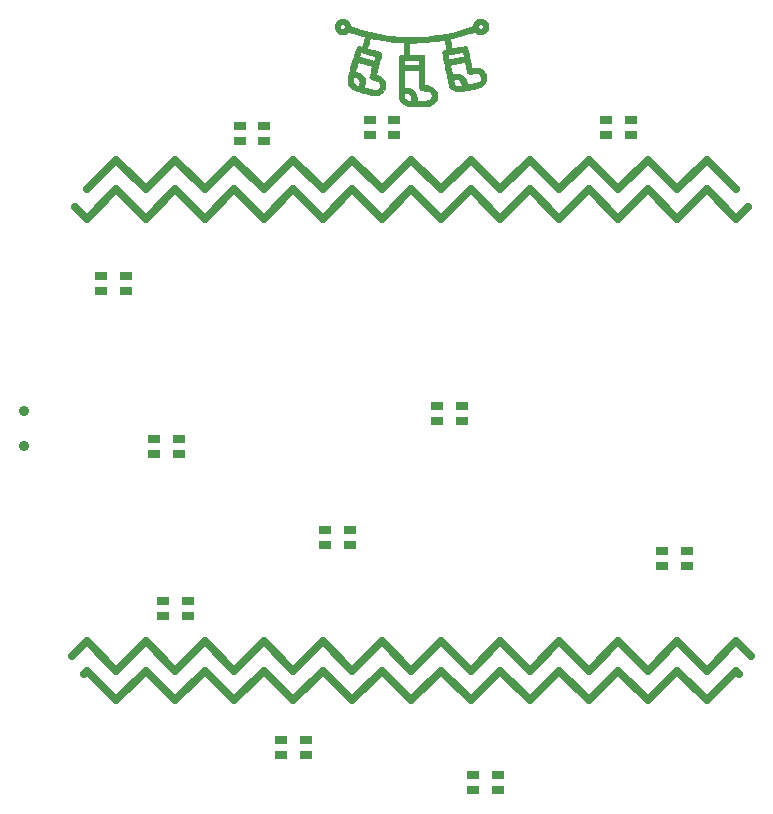
<source format=gbr>
%TF.GenerationSoftware,KiCad,Pcbnew,(5.1.10)-1*%
%TF.CreationDate,2021-10-20T07:52:06+02:00*%
%TF.ProjectId,TVZ_kuglica,54565a5f-6b75-4676-9c69-63612e6b6963,rev?*%
%TF.SameCoordinates,Original*%
%TF.FileFunction,Soldermask,Top*%
%TF.FilePolarity,Negative*%
%FSLAX46Y46*%
G04 Gerber Fmt 4.6, Leading zero omitted, Abs format (unit mm)*
G04 Created by KiCad (PCBNEW (5.1.10)-1) date 2021-10-20 07:52:06*
%MOMM*%
%LPD*%
G01*
G04 APERTURE LIST*
%ADD10C,0.700000*%
%ADD11C,0.010000*%
%ADD12C,0.900000*%
%ADD13R,1.100000X0.750000*%
G04 APERTURE END LIST*
D10*
X109500000Y-120250000D02*
X112000000Y-122750000D01*
X109250000Y-120500000D02*
X109500000Y-120250000D01*
X109500000Y-117750000D02*
X108250000Y-119000000D01*
X162000000Y-122750000D02*
X164500000Y-120250000D01*
X152000000Y-120250000D02*
X149500000Y-117750000D01*
X157000000Y-120250000D02*
X154500000Y-117750000D01*
X165750000Y-119000000D02*
X164500000Y-117750000D01*
X164500000Y-117750000D02*
X162000000Y-120250000D01*
X112000000Y-122750000D02*
X114500000Y-120250000D01*
X144500000Y-120250000D02*
X147000000Y-122750000D01*
X159500000Y-120250000D02*
X162000000Y-122750000D01*
X142000000Y-120250000D02*
X139500000Y-117750000D01*
X142000000Y-122750000D02*
X144500000Y-120250000D01*
X137000000Y-122750000D02*
X139500000Y-120250000D01*
X119500000Y-117750000D02*
X117000000Y-120250000D01*
X134500000Y-117750000D02*
X132000000Y-120250000D01*
X162000000Y-120250000D02*
X159500000Y-117750000D01*
X159500000Y-117750000D02*
X157000000Y-120250000D01*
X117000000Y-122750000D02*
X119500000Y-120250000D01*
X157000000Y-122750000D02*
X159500000Y-120250000D01*
X129500000Y-120250000D02*
X132000000Y-122750000D01*
X154500000Y-120250000D02*
X157000000Y-122750000D01*
X134500000Y-120250000D02*
X137000000Y-122750000D01*
X124500000Y-120250000D02*
X127000000Y-122750000D01*
X132000000Y-122750000D02*
X134500000Y-120250000D01*
X119500000Y-120250000D02*
X122000000Y-122750000D01*
X147000000Y-120250000D02*
X144500000Y-117750000D01*
X154500000Y-117750000D02*
X152000000Y-120250000D01*
X139500000Y-117750000D02*
X137000000Y-120250000D01*
X129500000Y-117750000D02*
X127000000Y-120250000D01*
X152000000Y-122750000D02*
X154500000Y-120250000D01*
X149500000Y-120250000D02*
X152000000Y-122750000D01*
X117000000Y-120250000D02*
X114500000Y-117750000D01*
X114500000Y-117750000D02*
X112000000Y-120250000D01*
X147000000Y-122750000D02*
X149500000Y-120250000D01*
X114500000Y-120250000D02*
X117000000Y-122750000D01*
X127000000Y-120250000D02*
X124500000Y-117750000D01*
X112000000Y-120250000D02*
X109500000Y-117750000D01*
X122000000Y-120250000D02*
X119500000Y-117750000D01*
X137000000Y-120250000D02*
X134500000Y-117750000D01*
X149500000Y-117750000D02*
X147000000Y-120250000D01*
X124500000Y-117750000D02*
X122000000Y-120250000D01*
X144500000Y-117750000D02*
X142000000Y-120250000D01*
X122000000Y-122750000D02*
X124500000Y-120250000D01*
X132000000Y-120250000D02*
X129500000Y-117750000D01*
X139500000Y-120250000D02*
X142000000Y-122750000D01*
X164500000Y-120250000D02*
X164750000Y-120500000D01*
X127000000Y-122750000D02*
X129500000Y-120250000D01*
X164500000Y-82000000D02*
X165500000Y-81000000D01*
X162000000Y-79500000D02*
X164500000Y-82000000D01*
X159500000Y-82000000D02*
X162000000Y-79500000D01*
X157000000Y-79500000D02*
X159500000Y-82000000D01*
X154500000Y-82000000D02*
X157000000Y-79500000D01*
X152000000Y-79500000D02*
X154500000Y-82000000D01*
X149500000Y-82000000D02*
X152000000Y-79500000D01*
X147000000Y-79500000D02*
X149500000Y-82000000D01*
X144500000Y-82000000D02*
X147000000Y-79500000D01*
X142000000Y-79500000D02*
X144500000Y-82000000D01*
X139500000Y-82000000D02*
X142000000Y-79500000D01*
X137000000Y-79500000D02*
X139500000Y-82000000D01*
X134500000Y-82000000D02*
X137000000Y-79500000D01*
X132000000Y-79500000D02*
X134500000Y-82000000D01*
X129500000Y-82000000D02*
X132000000Y-79500000D01*
X127000000Y-79500000D02*
X129500000Y-82000000D01*
X124500000Y-82000000D02*
X127000000Y-79500000D01*
X122000000Y-79500000D02*
X124500000Y-82000000D01*
X119500000Y-82000000D02*
X122000000Y-79500000D01*
X117000000Y-79500000D02*
X119500000Y-82000000D01*
X114500000Y-82000000D02*
X117000000Y-79500000D01*
X112000000Y-79500000D02*
X114500000Y-82000000D01*
X109500000Y-82000000D02*
X112000000Y-79500000D01*
X108500000Y-81000000D02*
X109500000Y-82000000D01*
X112000000Y-77000000D02*
X109500000Y-79500000D01*
X114500000Y-79500000D02*
X112000000Y-77000000D01*
X117000000Y-77000000D02*
X114500000Y-79500000D01*
X119500000Y-79500000D02*
X117000000Y-77000000D01*
X122000000Y-77000000D02*
X119500000Y-79500000D01*
X124500000Y-79500000D02*
X122000000Y-77000000D01*
X127000000Y-77000000D02*
X124500000Y-79500000D01*
X129500000Y-79500000D02*
X127000000Y-77000000D01*
X132000000Y-77000000D02*
X129500000Y-79500000D01*
X134500000Y-79500000D02*
X132000000Y-77000000D01*
X137000000Y-77000000D02*
X134500000Y-79500000D01*
X139500000Y-79500000D02*
X137000000Y-77000000D01*
X142000000Y-77000000D02*
X139500000Y-79500000D01*
X144500000Y-79500000D02*
X142000000Y-77000000D01*
X147000000Y-77000000D02*
X144500000Y-79500000D01*
X149500000Y-79500000D02*
X147000000Y-77000000D01*
X152000000Y-77000000D02*
X149500000Y-79500000D01*
X154500000Y-79500000D02*
X152000000Y-77000000D01*
X157000000Y-77000000D02*
X154500000Y-79500000D01*
X159500000Y-79500000D02*
X157000000Y-77000000D01*
X162000000Y-77000000D02*
X159500000Y-79500000D01*
X164500000Y-79500000D02*
X162000000Y-77000000D01*
D11*
%TO.C,G\u002A\u002A\u002A*%
G36*
X143027877Y-65089141D02*
G01*
X143177224Y-65150535D01*
X143301325Y-65244717D01*
X143397404Y-65364669D01*
X143462680Y-65503370D01*
X143494375Y-65653801D01*
X143489712Y-65808940D01*
X143445912Y-65961768D01*
X143360196Y-66105265D01*
X143295075Y-66176812D01*
X143149915Y-66283282D01*
X142989107Y-66344768D01*
X142820816Y-66360786D01*
X142653209Y-66330852D01*
X142494450Y-66254480D01*
X142455291Y-66226699D01*
X142346700Y-66143832D01*
X141902200Y-66288887D01*
X141632701Y-66373920D01*
X141347940Y-66458575D01*
X141062652Y-66538741D01*
X140791572Y-66610310D01*
X140549432Y-66669173D01*
X140492500Y-66682008D01*
X140395750Y-66704830D01*
X140318505Y-66725729D01*
X140274002Y-66741038D01*
X140269168Y-66743859D01*
X140268777Y-66771429D01*
X140276804Y-66838578D01*
X140291404Y-66935136D01*
X140310734Y-67050929D01*
X140332950Y-67175785D01*
X140356208Y-67299532D01*
X140378664Y-67411997D01*
X140398475Y-67503007D01*
X140413796Y-67562390D01*
X140420614Y-67579397D01*
X140446772Y-67577639D01*
X140515376Y-67566839D01*
X140619142Y-67548318D01*
X140750783Y-67523394D01*
X140903015Y-67493389D01*
X140969397Y-67479983D01*
X141167205Y-67440629D01*
X141321789Y-67412560D01*
X141439425Y-67395658D01*
X141526393Y-67389798D01*
X141588968Y-67394860D01*
X141633430Y-67410723D01*
X141666055Y-67437263D01*
X141687820Y-67466055D01*
X141702423Y-67505068D01*
X141725388Y-67587600D01*
X141755227Y-67707333D01*
X141790448Y-67857950D01*
X141829564Y-68033135D01*
X141871083Y-68226569D01*
X141900490Y-68368034D01*
X141941790Y-68567764D01*
X141980395Y-68751384D01*
X142015022Y-68913023D01*
X142044388Y-69046810D01*
X142067208Y-69146877D01*
X142082199Y-69207352D01*
X142087490Y-69223156D01*
X142117973Y-69226449D01*
X142184382Y-69221345D01*
X142272740Y-69208954D01*
X142278691Y-69207960D01*
X142493389Y-69194988D01*
X142695605Y-69228034D01*
X142879650Y-69304205D01*
X143039833Y-69420604D01*
X143170465Y-69574338D01*
X143238360Y-69696214D01*
X143278435Y-69793013D01*
X143300850Y-69879545D01*
X143310277Y-69978911D01*
X143311650Y-70058634D01*
X143309053Y-70171833D01*
X143297581Y-70256926D01*
X143272206Y-70336463D01*
X143228416Y-70431947D01*
X143118164Y-70605765D01*
X142978138Y-70744275D01*
X142814535Y-70841605D01*
X142782236Y-70854608D01*
X142707797Y-70877710D01*
X142592792Y-70907436D01*
X142445236Y-70942186D01*
X142273143Y-70980362D01*
X142084527Y-71020366D01*
X141887403Y-71060598D01*
X141689785Y-71099460D01*
X141499687Y-71135354D01*
X141325125Y-71166680D01*
X141174112Y-71191839D01*
X141054663Y-71209234D01*
X140974792Y-71217265D01*
X140962400Y-71217622D01*
X140772053Y-71195143D01*
X140591780Y-71130552D01*
X140429813Y-71029868D01*
X140294380Y-70899115D01*
X140193711Y-70744311D01*
X140147379Y-70621352D01*
X140137142Y-70577443D01*
X140117844Y-70488857D01*
X140090552Y-70360695D01*
X140067600Y-70251606D01*
X140516787Y-70251606D01*
X140517691Y-70297040D01*
X140536053Y-70374266D01*
X140557493Y-70454834D01*
X140617262Y-70587032D01*
X140717301Y-70697041D01*
X140769647Y-70733969D01*
X140860321Y-70766744D01*
X140981695Y-70779146D01*
X141117507Y-70770178D01*
X141178300Y-70759060D01*
X141229590Y-70741738D01*
X141248460Y-70709209D01*
X141248125Y-70654115D01*
X141215894Y-70486727D01*
X141147805Y-70354426D01*
X141046751Y-70259447D01*
X140915620Y-70204023D01*
X140757305Y-70190390D01*
X140662090Y-70201093D01*
X140584659Y-70214130D01*
X140537667Y-70227469D01*
X140516787Y-70251606D01*
X140067600Y-70251606D01*
X140056333Y-70198057D01*
X140016256Y-70006047D01*
X139971387Y-69789766D01*
X139922794Y-69554315D01*
X139871544Y-69304797D01*
X139854893Y-69223478D01*
X139802003Y-68964227D01*
X140259470Y-68964227D01*
X140262219Y-68988496D01*
X140274048Y-69052273D01*
X140292793Y-69145526D01*
X140316292Y-69258222D01*
X140342382Y-69380328D01*
X140368901Y-69501813D01*
X140393685Y-69612644D01*
X140414572Y-69702789D01*
X140429399Y-69762214D01*
X140435548Y-69781015D01*
X140464637Y-69782462D01*
X140527377Y-69774052D01*
X140582351Y-69763423D01*
X140797513Y-69741029D01*
X141001139Y-69765649D01*
X141188208Y-69833914D01*
X141353699Y-69942456D01*
X141492592Y-70087907D01*
X141599866Y-70266900D01*
X141670500Y-70476068D01*
X141674887Y-70496250D01*
X141699556Y-70583013D01*
X141727479Y-70625863D01*
X141738622Y-70629600D01*
X141774517Y-70624593D01*
X141851056Y-70610734D01*
X141959202Y-70589763D01*
X142089914Y-70563423D01*
X142194687Y-70541742D01*
X142339705Y-70509847D01*
X142471838Y-70477887D01*
X142581033Y-70448516D01*
X142657241Y-70424384D01*
X142685077Y-70412331D01*
X142787112Y-70324560D01*
X142853775Y-70209429D01*
X142881674Y-70079048D01*
X142867413Y-69945527D01*
X142837283Y-69869086D01*
X142764154Y-69761285D01*
X142672425Y-69688972D01*
X142556433Y-69650427D01*
X142410512Y-69643930D01*
X142228998Y-69667759D01*
X142196117Y-69674304D01*
X142052366Y-69702350D01*
X141940172Y-69716514D01*
X141854054Y-69711936D01*
X141788529Y-69683760D01*
X141738115Y-69627127D01*
X141697329Y-69537180D01*
X141660688Y-69409063D01*
X141622711Y-69237916D01*
X141604686Y-69150281D01*
X141514306Y-68707124D01*
X140889103Y-68834642D01*
X140718296Y-68869525D01*
X140564928Y-68900931D01*
X140435710Y-68927479D01*
X140337352Y-68947789D01*
X140276567Y-68960478D01*
X140259470Y-68964227D01*
X139802003Y-68964227D01*
X139795371Y-68931719D01*
X139745618Y-68685579D01*
X139704932Y-68480965D01*
X139672613Y-68313785D01*
X139647959Y-68179948D01*
X139641937Y-68144347D01*
X140089517Y-68144347D01*
X140095955Y-68208828D01*
X140110621Y-68291817D01*
X140130328Y-68378898D01*
X140151891Y-68455656D01*
X140172126Y-68507674D01*
X140184859Y-68521801D01*
X140216841Y-68517051D01*
X140291262Y-68503503D01*
X140400797Y-68482570D01*
X140538121Y-68455665D01*
X140695910Y-68424200D01*
X140797300Y-68403730D01*
X140963507Y-68369415D01*
X141113182Y-68337351D01*
X141239088Y-68309184D01*
X141333986Y-68286559D01*
X141390639Y-68271122D01*
X141403277Y-68265981D01*
X141409650Y-68233126D01*
X141405986Y-68166643D01*
X141394879Y-68082113D01*
X141378923Y-67995111D01*
X141360714Y-67921216D01*
X141342848Y-67876006D01*
X141337301Y-67869930D01*
X141307701Y-67871135D01*
X141236770Y-67881259D01*
X141132872Y-67898669D01*
X141004368Y-67921731D01*
X140859620Y-67948810D01*
X140706990Y-67978272D01*
X140554840Y-68008484D01*
X140411531Y-68037812D01*
X140285426Y-68064621D01*
X140184886Y-68087278D01*
X140118274Y-68104148D01*
X140094489Y-68112790D01*
X140089517Y-68144347D01*
X139641937Y-68144347D01*
X139630268Y-68075363D01*
X139618841Y-67995937D01*
X139612974Y-67937579D01*
X139611968Y-67896198D01*
X139615121Y-67867702D01*
X139619863Y-67852154D01*
X139669646Y-67787701D01*
X139750111Y-67736211D01*
X139841154Y-67709586D01*
X139863034Y-67708211D01*
X139907044Y-67705260D01*
X139936862Y-67692735D01*
X139953023Y-67663807D01*
X139956065Y-67611647D01*
X139946526Y-67529423D01*
X139924941Y-67410306D01*
X139897218Y-67273463D01*
X139869015Y-67137728D01*
X139843936Y-67018855D01*
X139823957Y-66926076D01*
X139811056Y-66868619D01*
X139807643Y-66855261D01*
X139783686Y-66845000D01*
X139719765Y-66846005D01*
X139612377Y-66858498D01*
X139510548Y-66874022D01*
X139142514Y-66928062D01*
X138752591Y-66975341D01*
X138354618Y-67014661D01*
X137962439Y-67044826D01*
X137589894Y-67064638D01*
X137250825Y-67072900D01*
X137209550Y-67073064D01*
X136796800Y-67073600D01*
X136796800Y-68089600D01*
X137326409Y-68089599D01*
X137518232Y-68091027D01*
X137681856Y-68095123D01*
X137811242Y-68101609D01*
X137900354Y-68110207D01*
X137936781Y-68117753D01*
X137971167Y-68130314D01*
X138000065Y-68144817D01*
X138023954Y-68165491D01*
X138043309Y-68196564D01*
X138058608Y-68242263D01*
X138070328Y-68306818D01*
X138078945Y-68394455D01*
X138084937Y-68509404D01*
X138088780Y-68655893D01*
X138090952Y-68838149D01*
X138091930Y-69060401D01*
X138092190Y-69326877D01*
X138092200Y-69495511D01*
X138092200Y-70700745D01*
X138314450Y-70709622D01*
X138521754Y-70735850D01*
X138698669Y-70798934D01*
X138853189Y-70902458D01*
X138944267Y-70991863D01*
X139057734Y-71147337D01*
X139126926Y-71315796D01*
X139154890Y-71506166D01*
X139154584Y-71607500D01*
X139123595Y-71818762D01*
X139050212Y-72002057D01*
X138934544Y-72157214D01*
X138776699Y-72284066D01*
X138682284Y-72336683D01*
X138512500Y-72420300D01*
X137572100Y-72425401D01*
X137308681Y-72426383D01*
X137091585Y-72426121D01*
X136916347Y-72424495D01*
X136778504Y-72421383D01*
X136673590Y-72416662D01*
X136597142Y-72410212D01*
X136544695Y-72401910D01*
X136525634Y-72396887D01*
X136340823Y-72312271D01*
X136180786Y-72185342D01*
X136050403Y-72020526D01*
X135991677Y-71912300D01*
X135920500Y-71759900D01*
X135919180Y-71450272D01*
X136340562Y-71450272D01*
X136348284Y-71557947D01*
X136351459Y-71584169D01*
X136392573Y-71736619D01*
X136471920Y-71856998D01*
X136586331Y-71942669D01*
X136732637Y-71990998D01*
X136852981Y-72001200D01*
X137000000Y-72001200D01*
X137000000Y-71854181D01*
X136979523Y-71687334D01*
X136919851Y-71550151D01*
X136823617Y-71445802D01*
X136693458Y-71377457D01*
X136582969Y-71352659D01*
X136466538Y-71341934D01*
X136392271Y-71349682D01*
X136352751Y-71383322D01*
X136340562Y-71450272D01*
X135919180Y-71450272D01*
X135913138Y-70034052D01*
X135911822Y-69672428D01*
X135911301Y-69410400D01*
X136365000Y-69410400D01*
X136365000Y-70901839D01*
X136578500Y-70915159D01*
X136784116Y-70944176D01*
X136957543Y-71005893D01*
X137108580Y-71104421D01*
X137175404Y-71165395D01*
X137292961Y-71307210D01*
X137371463Y-71462802D01*
X137415405Y-71643143D01*
X137427665Y-71781247D01*
X137437025Y-72005794D01*
X137923362Y-71996731D01*
X138100824Y-71992702D01*
X138235081Y-71987656D01*
X138333729Y-71980883D01*
X138404363Y-71971672D01*
X138454578Y-71959314D01*
X138490936Y-71943660D01*
X138596336Y-71861798D01*
X138672249Y-71752948D01*
X138714399Y-71629282D01*
X138718511Y-71502971D01*
X138684243Y-71393406D01*
X138634784Y-71322665D01*
X138566082Y-71250090D01*
X138541369Y-71228854D01*
X138500290Y-71197520D01*
X138462146Y-71175614D01*
X138416558Y-71160982D01*
X138353149Y-71151474D01*
X138261541Y-71144939D01*
X138131355Y-71139223D01*
X138103842Y-71138148D01*
X137984191Y-71134589D01*
X137887437Y-71130888D01*
X137811120Y-71122116D01*
X137752778Y-71103341D01*
X137709949Y-71069633D01*
X137680171Y-71016063D01*
X137660983Y-70937700D01*
X137649922Y-70829614D01*
X137644528Y-70686874D01*
X137642338Y-70504551D01*
X137640891Y-70277714D01*
X137640324Y-70209827D01*
X137632948Y-69410400D01*
X136365000Y-69410400D01*
X135911301Y-69410400D01*
X135911198Y-69358769D01*
X135911302Y-69090247D01*
X135912171Y-68864031D01*
X135912576Y-68818735D01*
X136342773Y-68818735D01*
X136344585Y-68897507D01*
X136349790Y-68942832D01*
X136350477Y-68944910D01*
X136363098Y-68955759D01*
X136395106Y-68963923D01*
X136451836Y-68969629D01*
X136538625Y-68973103D01*
X136660811Y-68974571D01*
X136823729Y-68974260D01*
X137005720Y-68972687D01*
X137647700Y-68965900D01*
X137647700Y-68534100D01*
X136352300Y-68534100D01*
X136344757Y-68722222D01*
X136342773Y-68818735D01*
X135912576Y-68818735D01*
X135913842Y-68677292D01*
X135916352Y-68527200D01*
X135919737Y-68410925D01*
X135924034Y-68325638D01*
X135929281Y-68268508D01*
X135935513Y-68236707D01*
X135936563Y-68233878D01*
X135992680Y-68161679D01*
X136086670Y-68112296D01*
X136208997Y-68090308D01*
X136237184Y-68089600D01*
X136339600Y-68089600D01*
X136339600Y-67075901D01*
X136257050Y-67063133D01*
X136196759Y-67056267D01*
X136100997Y-67048078D01*
X135985028Y-67039792D01*
X135907800Y-67035038D01*
X135485077Y-67002009D01*
X135028907Y-66950256D01*
X134552330Y-66881531D01*
X134068388Y-66797586D01*
X133905275Y-66766045D01*
X133771150Y-66740367D01*
X133655270Y-66719988D01*
X133566427Y-66706313D01*
X133513415Y-66700744D01*
X133502543Y-66701789D01*
X133492124Y-66728424D01*
X133470987Y-66793729D01*
X133441903Y-66888218D01*
X133407642Y-67002406D01*
X133370973Y-67126808D01*
X133334665Y-67251938D01*
X133301489Y-67368311D01*
X133274214Y-67466442D01*
X133255609Y-67536844D01*
X133248445Y-67570032D01*
X133248632Y-67571371D01*
X133273337Y-67579206D01*
X133339776Y-67599049D01*
X133440875Y-67628821D01*
X133569560Y-67666442D01*
X133718759Y-67709835D01*
X133786900Y-67729588D01*
X133970434Y-67783530D01*
X134111098Y-67826986D01*
X134215172Y-67862301D01*
X134288937Y-67891822D01*
X134338676Y-67917894D01*
X134370668Y-67942864D01*
X134377450Y-67950148D01*
X134416989Y-68009727D01*
X134434547Y-68063594D01*
X134434600Y-68065788D01*
X134427686Y-68101290D01*
X134408052Y-68179466D01*
X134377360Y-68294269D01*
X134337272Y-68439651D01*
X134289450Y-68609565D01*
X134235556Y-68797965D01*
X134193300Y-68943811D01*
X134136239Y-69140222D01*
X134083991Y-69321030D01*
X134038198Y-69480477D01*
X134000503Y-69612806D01*
X133972547Y-69712258D01*
X133955973Y-69773074D01*
X133952000Y-69789900D01*
X133974191Y-69806157D01*
X134031852Y-69830598D01*
X134098050Y-69853250D01*
X134230174Y-69898896D01*
X134331194Y-69946531D01*
X134420053Y-70006850D01*
X134511503Y-70086615D01*
X134636807Y-70236412D01*
X134723709Y-70410187D01*
X134770185Y-70598133D01*
X134774212Y-70790440D01*
X134733768Y-70977301D01*
X134708254Y-71040645D01*
X134599189Y-71221951D01*
X134454584Y-71373109D01*
X134289578Y-71482086D01*
X134211351Y-71518780D01*
X134143507Y-71540809D01*
X134068155Y-71551619D01*
X133967402Y-71554656D01*
X133913900Y-71554449D01*
X133847175Y-71552998D01*
X133784014Y-71548852D01*
X133717880Y-71540491D01*
X133642236Y-71526397D01*
X133550543Y-71505049D01*
X133436264Y-71474930D01*
X133292862Y-71434518D01*
X133113798Y-71382297D01*
X132897932Y-71318349D01*
X132701440Y-71258988D01*
X132516213Y-71201263D01*
X132349078Y-71147438D01*
X132206859Y-71099775D01*
X132096382Y-71060537D01*
X132024471Y-71031984D01*
X132005094Y-71022412D01*
X131874452Y-70922681D01*
X131756016Y-70789756D01*
X131664393Y-70641188D01*
X131638984Y-70582536D01*
X131617834Y-70522004D01*
X131602037Y-70462499D01*
X131592386Y-70399780D01*
X131589673Y-70329605D01*
X131594692Y-70247731D01*
X131594989Y-70245581D01*
X132024342Y-70245581D01*
X132038186Y-70394250D01*
X132094002Y-70521100D01*
X132183924Y-70616035D01*
X132242900Y-70651254D01*
X132322188Y-70687127D01*
X132406304Y-70718098D01*
X132479762Y-70738614D01*
X132527077Y-70743118D01*
X132532825Y-70741198D01*
X132548023Y-70713164D01*
X132568095Y-70652797D01*
X132577275Y-70618784D01*
X132602229Y-70443323D01*
X132583709Y-70292030D01*
X132522809Y-70166930D01*
X132420623Y-70070046D01*
X132278244Y-70003400D01*
X132238719Y-69992257D01*
X132156051Y-69974351D01*
X132107515Y-69977915D01*
X132078572Y-70009868D01*
X132054684Y-70077130D01*
X132053735Y-70080295D01*
X132024342Y-70245581D01*
X131594989Y-70245581D01*
X131608235Y-70149917D01*
X131631095Y-70031920D01*
X131664066Y-69889499D01*
X131707940Y-69718412D01*
X131763510Y-69514418D01*
X131763891Y-69513066D01*
X132236704Y-69513066D01*
X132261099Y-69535494D01*
X132323060Y-69556004D01*
X132341514Y-69560758D01*
X132548431Y-69637149D01*
X132727951Y-69755984D01*
X132824031Y-69848630D01*
X132948789Y-70019194D01*
X133024860Y-70204118D01*
X133052286Y-70403581D01*
X133031108Y-70617763D01*
X133016473Y-70680400D01*
X132993429Y-70770436D01*
X132977075Y-70838119D01*
X132970275Y-70871477D01*
X132970369Y-70873039D01*
X132994735Y-70880388D01*
X133059824Y-70899380D01*
X133157525Y-70927665D01*
X133279728Y-70962892D01*
X133380500Y-70991857D01*
X133581194Y-71046882D01*
X133741289Y-71084143D01*
X133867560Y-71104213D01*
X133966784Y-71107661D01*
X134045736Y-71095060D01*
X134111193Y-71066980D01*
X134130058Y-71055050D01*
X134241656Y-70952878D01*
X134309474Y-70831328D01*
X134331088Y-70696945D01*
X134309313Y-70571291D01*
X134273145Y-70487206D01*
X134221436Y-70418847D01*
X134146724Y-70361322D01*
X134041549Y-70309743D01*
X133898452Y-70259218D01*
X133779613Y-70224076D01*
X133628942Y-70170112D01*
X133521146Y-70106007D01*
X133459011Y-70033841D01*
X133444036Y-69973601D01*
X133450778Y-69936179D01*
X133469453Y-69858800D01*
X133497773Y-69750277D01*
X133533448Y-69619422D01*
X133567182Y-69499540D01*
X133690293Y-69067980D01*
X133083836Y-68892767D01*
X132916858Y-68845161D01*
X132766447Y-68803497D01*
X132639325Y-68769536D01*
X132542215Y-68745042D01*
X132481839Y-68731778D01*
X132464559Y-68730374D01*
X132453312Y-68758184D01*
X132431236Y-68825734D01*
X132401191Y-68923845D01*
X132366036Y-69043336D01*
X132353600Y-69086599D01*
X132316739Y-69215197D01*
X132283777Y-69329481D01*
X132257761Y-69418935D01*
X132241740Y-69473040D01*
X132239432Y-69480510D01*
X132236704Y-69513066D01*
X131763891Y-69513066D01*
X131831569Y-69273273D01*
X131912911Y-68990736D01*
X131979155Y-68762700D01*
X132065674Y-68465673D01*
X132120576Y-68278375D01*
X132585182Y-68278375D01*
X132585665Y-68281054D01*
X132610084Y-68289166D01*
X132675360Y-68309246D01*
X132773608Y-68338953D01*
X132896943Y-68375944D01*
X133037478Y-68417876D01*
X133187328Y-68462409D01*
X133338609Y-68507200D01*
X133483434Y-68549907D01*
X133613917Y-68588188D01*
X133722174Y-68619700D01*
X133800319Y-68642103D01*
X133817574Y-68646937D01*
X133826795Y-68625336D01*
X133846191Y-68567036D01*
X133871764Y-68484119D01*
X133874724Y-68474211D01*
X133900559Y-68382428D01*
X133919141Y-68306806D01*
X133926588Y-68263197D01*
X133926600Y-68262367D01*
X133910829Y-68244814D01*
X133861286Y-68220412D01*
X133774621Y-68187968D01*
X133647486Y-68146292D01*
X133476533Y-68094194D01*
X133345071Y-68055555D01*
X133180055Y-68007976D01*
X133030218Y-67965572D01*
X132902794Y-67930326D01*
X132805016Y-67904220D01*
X132744117Y-67889236D01*
X132727859Y-67886400D01*
X132701028Y-67910657D01*
X132668392Y-67980171D01*
X132635204Y-68080049D01*
X132609466Y-68171332D01*
X132591797Y-68241477D01*
X132585182Y-68278375D01*
X132120576Y-68278375D01*
X132139511Y-68213779D01*
X132202280Y-68003403D01*
X132255592Y-67830931D01*
X132301060Y-67692746D01*
X132340297Y-67585236D01*
X132374916Y-67504785D01*
X132406529Y-67447779D01*
X132436749Y-67410602D01*
X132467189Y-67389640D01*
X132499461Y-67381278D01*
X132535179Y-67381902D01*
X132575954Y-67387897D01*
X132591338Y-67390531D01*
X132671310Y-67404797D01*
X132730404Y-67412203D01*
X132773996Y-67406727D01*
X132807456Y-67382349D01*
X132836160Y-67333047D01*
X132865479Y-67252800D01*
X132900787Y-67135587D01*
X132940408Y-66999371D01*
X132980105Y-66862513D01*
X133013694Y-66743901D01*
X133038973Y-66651542D01*
X133053741Y-66593442D01*
X133056504Y-66577004D01*
X133031211Y-66568645D01*
X132965633Y-66549084D01*
X132868399Y-66520842D01*
X132748135Y-66486435D01*
X132682000Y-66467689D01*
X132513582Y-66418696D01*
X132325643Y-66361773D01*
X132140876Y-66303910D01*
X131981972Y-66252099D01*
X131978937Y-66251080D01*
X131644175Y-66138549D01*
X131597937Y-66190574D01*
X131508644Y-66261125D01*
X131386482Y-66317466D01*
X131248802Y-66353039D01*
X131143937Y-66362151D01*
X130966452Y-66339096D01*
X130809401Y-66273111D01*
X130678424Y-66169863D01*
X130579164Y-66035020D01*
X130517262Y-65874251D01*
X130500662Y-65734433D01*
X130949435Y-65734433D01*
X130972412Y-65825340D01*
X131027826Y-65887281D01*
X131104301Y-65917001D01*
X131190461Y-65911244D01*
X131274930Y-65866753D01*
X131306396Y-65836599D01*
X131348398Y-65772426D01*
X131352688Y-65705195D01*
X131350544Y-65693172D01*
X131312104Y-65597715D01*
X131249302Y-65537039D01*
X131172984Y-65510029D01*
X131093994Y-65515569D01*
X131023178Y-65552543D01*
X130971381Y-65619836D01*
X130949448Y-65716332D01*
X130949435Y-65734433D01*
X130500662Y-65734433D01*
X130498157Y-65713337D01*
X130520886Y-65536336D01*
X130586567Y-65379460D01*
X130689425Y-65248466D01*
X130823688Y-65149110D01*
X130983579Y-65087149D01*
X131145300Y-65068115D01*
X131326288Y-65091378D01*
X131486061Y-65157975D01*
X131618924Y-65263119D01*
X131719183Y-65402023D01*
X131781141Y-65569900D01*
X131788880Y-65609131D01*
X131806698Y-65714700D01*
X132047499Y-65798703D01*
X132750631Y-66023002D01*
X133477922Y-66213346D01*
X134233962Y-66370738D01*
X135023340Y-66496180D01*
X135526800Y-66557832D01*
X135706677Y-66573422D01*
X135928524Y-66586070D01*
X136183597Y-66595776D01*
X136463151Y-66602541D01*
X136758442Y-66606364D01*
X137060724Y-66607245D01*
X137361254Y-66605185D01*
X137651287Y-66600183D01*
X137922078Y-66592239D01*
X138164882Y-66581353D01*
X138370956Y-66567526D01*
X138473200Y-66557832D01*
X139270745Y-66453901D01*
X140031676Y-66320191D01*
X140761360Y-66155533D01*
X141465161Y-65958755D01*
X141952500Y-65798760D01*
X142193301Y-65714700D01*
X142199112Y-65680266D01*
X142650694Y-65680266D01*
X142652181Y-65770797D01*
X142691838Y-65844117D01*
X142758377Y-65894602D01*
X142840507Y-65916629D01*
X142926938Y-65904574D01*
X143003290Y-65855902D01*
X143040268Y-65788490D01*
X143050280Y-65714700D01*
X143030731Y-65620935D01*
X142979668Y-65555377D01*
X142908463Y-65519004D01*
X142828491Y-65512797D01*
X142751124Y-65537736D01*
X142687737Y-65594801D01*
X142650694Y-65680266D01*
X142199112Y-65680266D01*
X142211119Y-65609131D01*
X142264134Y-65435572D01*
X142356678Y-65290098D01*
X142483203Y-65177366D01*
X142638160Y-65102036D01*
X142816003Y-65068766D01*
X142856062Y-65067557D01*
X143027877Y-65089141D01*
G37*
X143027877Y-65089141D02*
X143177224Y-65150535D01*
X143301325Y-65244717D01*
X143397404Y-65364669D01*
X143462680Y-65503370D01*
X143494375Y-65653801D01*
X143489712Y-65808940D01*
X143445912Y-65961768D01*
X143360196Y-66105265D01*
X143295075Y-66176812D01*
X143149915Y-66283282D01*
X142989107Y-66344768D01*
X142820816Y-66360786D01*
X142653209Y-66330852D01*
X142494450Y-66254480D01*
X142455291Y-66226699D01*
X142346700Y-66143832D01*
X141902200Y-66288887D01*
X141632701Y-66373920D01*
X141347940Y-66458575D01*
X141062652Y-66538741D01*
X140791572Y-66610310D01*
X140549432Y-66669173D01*
X140492500Y-66682008D01*
X140395750Y-66704830D01*
X140318505Y-66725729D01*
X140274002Y-66741038D01*
X140269168Y-66743859D01*
X140268777Y-66771429D01*
X140276804Y-66838578D01*
X140291404Y-66935136D01*
X140310734Y-67050929D01*
X140332950Y-67175785D01*
X140356208Y-67299532D01*
X140378664Y-67411997D01*
X140398475Y-67503007D01*
X140413796Y-67562390D01*
X140420614Y-67579397D01*
X140446772Y-67577639D01*
X140515376Y-67566839D01*
X140619142Y-67548318D01*
X140750783Y-67523394D01*
X140903015Y-67493389D01*
X140969397Y-67479983D01*
X141167205Y-67440629D01*
X141321789Y-67412560D01*
X141439425Y-67395658D01*
X141526393Y-67389798D01*
X141588968Y-67394860D01*
X141633430Y-67410723D01*
X141666055Y-67437263D01*
X141687820Y-67466055D01*
X141702423Y-67505068D01*
X141725388Y-67587600D01*
X141755227Y-67707333D01*
X141790448Y-67857950D01*
X141829564Y-68033135D01*
X141871083Y-68226569D01*
X141900490Y-68368034D01*
X141941790Y-68567764D01*
X141980395Y-68751384D01*
X142015022Y-68913023D01*
X142044388Y-69046810D01*
X142067208Y-69146877D01*
X142082199Y-69207352D01*
X142087490Y-69223156D01*
X142117973Y-69226449D01*
X142184382Y-69221345D01*
X142272740Y-69208954D01*
X142278691Y-69207960D01*
X142493389Y-69194988D01*
X142695605Y-69228034D01*
X142879650Y-69304205D01*
X143039833Y-69420604D01*
X143170465Y-69574338D01*
X143238360Y-69696214D01*
X143278435Y-69793013D01*
X143300850Y-69879545D01*
X143310277Y-69978911D01*
X143311650Y-70058634D01*
X143309053Y-70171833D01*
X143297581Y-70256926D01*
X143272206Y-70336463D01*
X143228416Y-70431947D01*
X143118164Y-70605765D01*
X142978138Y-70744275D01*
X142814535Y-70841605D01*
X142782236Y-70854608D01*
X142707797Y-70877710D01*
X142592792Y-70907436D01*
X142445236Y-70942186D01*
X142273143Y-70980362D01*
X142084527Y-71020366D01*
X141887403Y-71060598D01*
X141689785Y-71099460D01*
X141499687Y-71135354D01*
X141325125Y-71166680D01*
X141174112Y-71191839D01*
X141054663Y-71209234D01*
X140974792Y-71217265D01*
X140962400Y-71217622D01*
X140772053Y-71195143D01*
X140591780Y-71130552D01*
X140429813Y-71029868D01*
X140294380Y-70899115D01*
X140193711Y-70744311D01*
X140147379Y-70621352D01*
X140137142Y-70577443D01*
X140117844Y-70488857D01*
X140090552Y-70360695D01*
X140067600Y-70251606D01*
X140516787Y-70251606D01*
X140517691Y-70297040D01*
X140536053Y-70374266D01*
X140557493Y-70454834D01*
X140617262Y-70587032D01*
X140717301Y-70697041D01*
X140769647Y-70733969D01*
X140860321Y-70766744D01*
X140981695Y-70779146D01*
X141117507Y-70770178D01*
X141178300Y-70759060D01*
X141229590Y-70741738D01*
X141248460Y-70709209D01*
X141248125Y-70654115D01*
X141215894Y-70486727D01*
X141147805Y-70354426D01*
X141046751Y-70259447D01*
X140915620Y-70204023D01*
X140757305Y-70190390D01*
X140662090Y-70201093D01*
X140584659Y-70214130D01*
X140537667Y-70227469D01*
X140516787Y-70251606D01*
X140067600Y-70251606D01*
X140056333Y-70198057D01*
X140016256Y-70006047D01*
X139971387Y-69789766D01*
X139922794Y-69554315D01*
X139871544Y-69304797D01*
X139854893Y-69223478D01*
X139802003Y-68964227D01*
X140259470Y-68964227D01*
X140262219Y-68988496D01*
X140274048Y-69052273D01*
X140292793Y-69145526D01*
X140316292Y-69258222D01*
X140342382Y-69380328D01*
X140368901Y-69501813D01*
X140393685Y-69612644D01*
X140414572Y-69702789D01*
X140429399Y-69762214D01*
X140435548Y-69781015D01*
X140464637Y-69782462D01*
X140527377Y-69774052D01*
X140582351Y-69763423D01*
X140797513Y-69741029D01*
X141001139Y-69765649D01*
X141188208Y-69833914D01*
X141353699Y-69942456D01*
X141492592Y-70087907D01*
X141599866Y-70266900D01*
X141670500Y-70476068D01*
X141674887Y-70496250D01*
X141699556Y-70583013D01*
X141727479Y-70625863D01*
X141738622Y-70629600D01*
X141774517Y-70624593D01*
X141851056Y-70610734D01*
X141959202Y-70589763D01*
X142089914Y-70563423D01*
X142194687Y-70541742D01*
X142339705Y-70509847D01*
X142471838Y-70477887D01*
X142581033Y-70448516D01*
X142657241Y-70424384D01*
X142685077Y-70412331D01*
X142787112Y-70324560D01*
X142853775Y-70209429D01*
X142881674Y-70079048D01*
X142867413Y-69945527D01*
X142837283Y-69869086D01*
X142764154Y-69761285D01*
X142672425Y-69688972D01*
X142556433Y-69650427D01*
X142410512Y-69643930D01*
X142228998Y-69667759D01*
X142196117Y-69674304D01*
X142052366Y-69702350D01*
X141940172Y-69716514D01*
X141854054Y-69711936D01*
X141788529Y-69683760D01*
X141738115Y-69627127D01*
X141697329Y-69537180D01*
X141660688Y-69409063D01*
X141622711Y-69237916D01*
X141604686Y-69150281D01*
X141514306Y-68707124D01*
X140889103Y-68834642D01*
X140718296Y-68869525D01*
X140564928Y-68900931D01*
X140435710Y-68927479D01*
X140337352Y-68947789D01*
X140276567Y-68960478D01*
X140259470Y-68964227D01*
X139802003Y-68964227D01*
X139795371Y-68931719D01*
X139745618Y-68685579D01*
X139704932Y-68480965D01*
X139672613Y-68313785D01*
X139647959Y-68179948D01*
X139641937Y-68144347D01*
X140089517Y-68144347D01*
X140095955Y-68208828D01*
X140110621Y-68291817D01*
X140130328Y-68378898D01*
X140151891Y-68455656D01*
X140172126Y-68507674D01*
X140184859Y-68521801D01*
X140216841Y-68517051D01*
X140291262Y-68503503D01*
X140400797Y-68482570D01*
X140538121Y-68455665D01*
X140695910Y-68424200D01*
X140797300Y-68403730D01*
X140963507Y-68369415D01*
X141113182Y-68337351D01*
X141239088Y-68309184D01*
X141333986Y-68286559D01*
X141390639Y-68271122D01*
X141403277Y-68265981D01*
X141409650Y-68233126D01*
X141405986Y-68166643D01*
X141394879Y-68082113D01*
X141378923Y-67995111D01*
X141360714Y-67921216D01*
X141342848Y-67876006D01*
X141337301Y-67869930D01*
X141307701Y-67871135D01*
X141236770Y-67881259D01*
X141132872Y-67898669D01*
X141004368Y-67921731D01*
X140859620Y-67948810D01*
X140706990Y-67978272D01*
X140554840Y-68008484D01*
X140411531Y-68037812D01*
X140285426Y-68064621D01*
X140184886Y-68087278D01*
X140118274Y-68104148D01*
X140094489Y-68112790D01*
X140089517Y-68144347D01*
X139641937Y-68144347D01*
X139630268Y-68075363D01*
X139618841Y-67995937D01*
X139612974Y-67937579D01*
X139611968Y-67896198D01*
X139615121Y-67867702D01*
X139619863Y-67852154D01*
X139669646Y-67787701D01*
X139750111Y-67736211D01*
X139841154Y-67709586D01*
X139863034Y-67708211D01*
X139907044Y-67705260D01*
X139936862Y-67692735D01*
X139953023Y-67663807D01*
X139956065Y-67611647D01*
X139946526Y-67529423D01*
X139924941Y-67410306D01*
X139897218Y-67273463D01*
X139869015Y-67137728D01*
X139843936Y-67018855D01*
X139823957Y-66926076D01*
X139811056Y-66868619D01*
X139807643Y-66855261D01*
X139783686Y-66845000D01*
X139719765Y-66846005D01*
X139612377Y-66858498D01*
X139510548Y-66874022D01*
X139142514Y-66928062D01*
X138752591Y-66975341D01*
X138354618Y-67014661D01*
X137962439Y-67044826D01*
X137589894Y-67064638D01*
X137250825Y-67072900D01*
X137209550Y-67073064D01*
X136796800Y-67073600D01*
X136796800Y-68089600D01*
X137326409Y-68089599D01*
X137518232Y-68091027D01*
X137681856Y-68095123D01*
X137811242Y-68101609D01*
X137900354Y-68110207D01*
X137936781Y-68117753D01*
X137971167Y-68130314D01*
X138000065Y-68144817D01*
X138023954Y-68165491D01*
X138043309Y-68196564D01*
X138058608Y-68242263D01*
X138070328Y-68306818D01*
X138078945Y-68394455D01*
X138084937Y-68509404D01*
X138088780Y-68655893D01*
X138090952Y-68838149D01*
X138091930Y-69060401D01*
X138092190Y-69326877D01*
X138092200Y-69495511D01*
X138092200Y-70700745D01*
X138314450Y-70709622D01*
X138521754Y-70735850D01*
X138698669Y-70798934D01*
X138853189Y-70902458D01*
X138944267Y-70991863D01*
X139057734Y-71147337D01*
X139126926Y-71315796D01*
X139154890Y-71506166D01*
X139154584Y-71607500D01*
X139123595Y-71818762D01*
X139050212Y-72002057D01*
X138934544Y-72157214D01*
X138776699Y-72284066D01*
X138682284Y-72336683D01*
X138512500Y-72420300D01*
X137572100Y-72425401D01*
X137308681Y-72426383D01*
X137091585Y-72426121D01*
X136916347Y-72424495D01*
X136778504Y-72421383D01*
X136673590Y-72416662D01*
X136597142Y-72410212D01*
X136544695Y-72401910D01*
X136525634Y-72396887D01*
X136340823Y-72312271D01*
X136180786Y-72185342D01*
X136050403Y-72020526D01*
X135991677Y-71912300D01*
X135920500Y-71759900D01*
X135919180Y-71450272D01*
X136340562Y-71450272D01*
X136348284Y-71557947D01*
X136351459Y-71584169D01*
X136392573Y-71736619D01*
X136471920Y-71856998D01*
X136586331Y-71942669D01*
X136732637Y-71990998D01*
X136852981Y-72001200D01*
X137000000Y-72001200D01*
X137000000Y-71854181D01*
X136979523Y-71687334D01*
X136919851Y-71550151D01*
X136823617Y-71445802D01*
X136693458Y-71377457D01*
X136582969Y-71352659D01*
X136466538Y-71341934D01*
X136392271Y-71349682D01*
X136352751Y-71383322D01*
X136340562Y-71450272D01*
X135919180Y-71450272D01*
X135913138Y-70034052D01*
X135911822Y-69672428D01*
X135911301Y-69410400D01*
X136365000Y-69410400D01*
X136365000Y-70901839D01*
X136578500Y-70915159D01*
X136784116Y-70944176D01*
X136957543Y-71005893D01*
X137108580Y-71104421D01*
X137175404Y-71165395D01*
X137292961Y-71307210D01*
X137371463Y-71462802D01*
X137415405Y-71643143D01*
X137427665Y-71781247D01*
X137437025Y-72005794D01*
X137923362Y-71996731D01*
X138100824Y-71992702D01*
X138235081Y-71987656D01*
X138333729Y-71980883D01*
X138404363Y-71971672D01*
X138454578Y-71959314D01*
X138490936Y-71943660D01*
X138596336Y-71861798D01*
X138672249Y-71752948D01*
X138714399Y-71629282D01*
X138718511Y-71502971D01*
X138684243Y-71393406D01*
X138634784Y-71322665D01*
X138566082Y-71250090D01*
X138541369Y-71228854D01*
X138500290Y-71197520D01*
X138462146Y-71175614D01*
X138416558Y-71160982D01*
X138353149Y-71151474D01*
X138261541Y-71144939D01*
X138131355Y-71139223D01*
X138103842Y-71138148D01*
X137984191Y-71134589D01*
X137887437Y-71130888D01*
X137811120Y-71122116D01*
X137752778Y-71103341D01*
X137709949Y-71069633D01*
X137680171Y-71016063D01*
X137660983Y-70937700D01*
X137649922Y-70829614D01*
X137644528Y-70686874D01*
X137642338Y-70504551D01*
X137640891Y-70277714D01*
X137640324Y-70209827D01*
X137632948Y-69410400D01*
X136365000Y-69410400D01*
X135911301Y-69410400D01*
X135911198Y-69358769D01*
X135911302Y-69090247D01*
X135912171Y-68864031D01*
X135912576Y-68818735D01*
X136342773Y-68818735D01*
X136344585Y-68897507D01*
X136349790Y-68942832D01*
X136350477Y-68944910D01*
X136363098Y-68955759D01*
X136395106Y-68963923D01*
X136451836Y-68969629D01*
X136538625Y-68973103D01*
X136660811Y-68974571D01*
X136823729Y-68974260D01*
X137005720Y-68972687D01*
X137647700Y-68965900D01*
X137647700Y-68534100D01*
X136352300Y-68534100D01*
X136344757Y-68722222D01*
X136342773Y-68818735D01*
X135912576Y-68818735D01*
X135913842Y-68677292D01*
X135916352Y-68527200D01*
X135919737Y-68410925D01*
X135924034Y-68325638D01*
X135929281Y-68268508D01*
X135935513Y-68236707D01*
X135936563Y-68233878D01*
X135992680Y-68161679D01*
X136086670Y-68112296D01*
X136208997Y-68090308D01*
X136237184Y-68089600D01*
X136339600Y-68089600D01*
X136339600Y-67075901D01*
X136257050Y-67063133D01*
X136196759Y-67056267D01*
X136100997Y-67048078D01*
X135985028Y-67039792D01*
X135907800Y-67035038D01*
X135485077Y-67002009D01*
X135028907Y-66950256D01*
X134552330Y-66881531D01*
X134068388Y-66797586D01*
X133905275Y-66766045D01*
X133771150Y-66740367D01*
X133655270Y-66719988D01*
X133566427Y-66706313D01*
X133513415Y-66700744D01*
X133502543Y-66701789D01*
X133492124Y-66728424D01*
X133470987Y-66793729D01*
X133441903Y-66888218D01*
X133407642Y-67002406D01*
X133370973Y-67126808D01*
X133334665Y-67251938D01*
X133301489Y-67368311D01*
X133274214Y-67466442D01*
X133255609Y-67536844D01*
X133248445Y-67570032D01*
X133248632Y-67571371D01*
X133273337Y-67579206D01*
X133339776Y-67599049D01*
X133440875Y-67628821D01*
X133569560Y-67666442D01*
X133718759Y-67709835D01*
X133786900Y-67729588D01*
X133970434Y-67783530D01*
X134111098Y-67826986D01*
X134215172Y-67862301D01*
X134288937Y-67891822D01*
X134338676Y-67917894D01*
X134370668Y-67942864D01*
X134377450Y-67950148D01*
X134416989Y-68009727D01*
X134434547Y-68063594D01*
X134434600Y-68065788D01*
X134427686Y-68101290D01*
X134408052Y-68179466D01*
X134377360Y-68294269D01*
X134337272Y-68439651D01*
X134289450Y-68609565D01*
X134235556Y-68797965D01*
X134193300Y-68943811D01*
X134136239Y-69140222D01*
X134083991Y-69321030D01*
X134038198Y-69480477D01*
X134000503Y-69612806D01*
X133972547Y-69712258D01*
X133955973Y-69773074D01*
X133952000Y-69789900D01*
X133974191Y-69806157D01*
X134031852Y-69830598D01*
X134098050Y-69853250D01*
X134230174Y-69898896D01*
X134331194Y-69946531D01*
X134420053Y-70006850D01*
X134511503Y-70086615D01*
X134636807Y-70236412D01*
X134723709Y-70410187D01*
X134770185Y-70598133D01*
X134774212Y-70790440D01*
X134733768Y-70977301D01*
X134708254Y-71040645D01*
X134599189Y-71221951D01*
X134454584Y-71373109D01*
X134289578Y-71482086D01*
X134211351Y-71518780D01*
X134143507Y-71540809D01*
X134068155Y-71551619D01*
X133967402Y-71554656D01*
X133913900Y-71554449D01*
X133847175Y-71552998D01*
X133784014Y-71548852D01*
X133717880Y-71540491D01*
X133642236Y-71526397D01*
X133550543Y-71505049D01*
X133436264Y-71474930D01*
X133292862Y-71434518D01*
X133113798Y-71382297D01*
X132897932Y-71318349D01*
X132701440Y-71258988D01*
X132516213Y-71201263D01*
X132349078Y-71147438D01*
X132206859Y-71099775D01*
X132096382Y-71060537D01*
X132024471Y-71031984D01*
X132005094Y-71022412D01*
X131874452Y-70922681D01*
X131756016Y-70789756D01*
X131664393Y-70641188D01*
X131638984Y-70582536D01*
X131617834Y-70522004D01*
X131602037Y-70462499D01*
X131592386Y-70399780D01*
X131589673Y-70329605D01*
X131594692Y-70247731D01*
X131594989Y-70245581D01*
X132024342Y-70245581D01*
X132038186Y-70394250D01*
X132094002Y-70521100D01*
X132183924Y-70616035D01*
X132242900Y-70651254D01*
X132322188Y-70687127D01*
X132406304Y-70718098D01*
X132479762Y-70738614D01*
X132527077Y-70743118D01*
X132532825Y-70741198D01*
X132548023Y-70713164D01*
X132568095Y-70652797D01*
X132577275Y-70618784D01*
X132602229Y-70443323D01*
X132583709Y-70292030D01*
X132522809Y-70166930D01*
X132420623Y-70070046D01*
X132278244Y-70003400D01*
X132238719Y-69992257D01*
X132156051Y-69974351D01*
X132107515Y-69977915D01*
X132078572Y-70009868D01*
X132054684Y-70077130D01*
X132053735Y-70080295D01*
X132024342Y-70245581D01*
X131594989Y-70245581D01*
X131608235Y-70149917D01*
X131631095Y-70031920D01*
X131664066Y-69889499D01*
X131707940Y-69718412D01*
X131763510Y-69514418D01*
X131763891Y-69513066D01*
X132236704Y-69513066D01*
X132261099Y-69535494D01*
X132323060Y-69556004D01*
X132341514Y-69560758D01*
X132548431Y-69637149D01*
X132727951Y-69755984D01*
X132824031Y-69848630D01*
X132948789Y-70019194D01*
X133024860Y-70204118D01*
X133052286Y-70403581D01*
X133031108Y-70617763D01*
X133016473Y-70680400D01*
X132993429Y-70770436D01*
X132977075Y-70838119D01*
X132970275Y-70871477D01*
X132970369Y-70873039D01*
X132994735Y-70880388D01*
X133059824Y-70899380D01*
X133157525Y-70927665D01*
X133279728Y-70962892D01*
X133380500Y-70991857D01*
X133581194Y-71046882D01*
X133741289Y-71084143D01*
X133867560Y-71104213D01*
X133966784Y-71107661D01*
X134045736Y-71095060D01*
X134111193Y-71066980D01*
X134130058Y-71055050D01*
X134241656Y-70952878D01*
X134309474Y-70831328D01*
X134331088Y-70696945D01*
X134309313Y-70571291D01*
X134273145Y-70487206D01*
X134221436Y-70418847D01*
X134146724Y-70361322D01*
X134041549Y-70309743D01*
X133898452Y-70259218D01*
X133779613Y-70224076D01*
X133628942Y-70170112D01*
X133521146Y-70106007D01*
X133459011Y-70033841D01*
X133444036Y-69973601D01*
X133450778Y-69936179D01*
X133469453Y-69858800D01*
X133497773Y-69750277D01*
X133533448Y-69619422D01*
X133567182Y-69499540D01*
X133690293Y-69067980D01*
X133083836Y-68892767D01*
X132916858Y-68845161D01*
X132766447Y-68803497D01*
X132639325Y-68769536D01*
X132542215Y-68745042D01*
X132481839Y-68731778D01*
X132464559Y-68730374D01*
X132453312Y-68758184D01*
X132431236Y-68825734D01*
X132401191Y-68923845D01*
X132366036Y-69043336D01*
X132353600Y-69086599D01*
X132316739Y-69215197D01*
X132283777Y-69329481D01*
X132257761Y-69418935D01*
X132241740Y-69473040D01*
X132239432Y-69480510D01*
X132236704Y-69513066D01*
X131763891Y-69513066D01*
X131831569Y-69273273D01*
X131912911Y-68990736D01*
X131979155Y-68762700D01*
X132065674Y-68465673D01*
X132120576Y-68278375D01*
X132585182Y-68278375D01*
X132585665Y-68281054D01*
X132610084Y-68289166D01*
X132675360Y-68309246D01*
X132773608Y-68338953D01*
X132896943Y-68375944D01*
X133037478Y-68417876D01*
X133187328Y-68462409D01*
X133338609Y-68507200D01*
X133483434Y-68549907D01*
X133613917Y-68588188D01*
X133722174Y-68619700D01*
X133800319Y-68642103D01*
X133817574Y-68646937D01*
X133826795Y-68625336D01*
X133846191Y-68567036D01*
X133871764Y-68484119D01*
X133874724Y-68474211D01*
X133900559Y-68382428D01*
X133919141Y-68306806D01*
X133926588Y-68263197D01*
X133926600Y-68262367D01*
X133910829Y-68244814D01*
X133861286Y-68220412D01*
X133774621Y-68187968D01*
X133647486Y-68146292D01*
X133476533Y-68094194D01*
X133345071Y-68055555D01*
X133180055Y-68007976D01*
X133030218Y-67965572D01*
X132902794Y-67930326D01*
X132805016Y-67904220D01*
X132744117Y-67889236D01*
X132727859Y-67886400D01*
X132701028Y-67910657D01*
X132668392Y-67980171D01*
X132635204Y-68080049D01*
X132609466Y-68171332D01*
X132591797Y-68241477D01*
X132585182Y-68278375D01*
X132120576Y-68278375D01*
X132139511Y-68213779D01*
X132202280Y-68003403D01*
X132255592Y-67830931D01*
X132301060Y-67692746D01*
X132340297Y-67585236D01*
X132374916Y-67504785D01*
X132406529Y-67447779D01*
X132436749Y-67410602D01*
X132467189Y-67389640D01*
X132499461Y-67381278D01*
X132535179Y-67381902D01*
X132575954Y-67387897D01*
X132591338Y-67390531D01*
X132671310Y-67404797D01*
X132730404Y-67412203D01*
X132773996Y-67406727D01*
X132807456Y-67382349D01*
X132836160Y-67333047D01*
X132865479Y-67252800D01*
X132900787Y-67135587D01*
X132940408Y-66999371D01*
X132980105Y-66862513D01*
X133013694Y-66743901D01*
X133038973Y-66651542D01*
X133053741Y-66593442D01*
X133056504Y-66577004D01*
X133031211Y-66568645D01*
X132965633Y-66549084D01*
X132868399Y-66520842D01*
X132748135Y-66486435D01*
X132682000Y-66467689D01*
X132513582Y-66418696D01*
X132325643Y-66361773D01*
X132140876Y-66303910D01*
X131981972Y-66252099D01*
X131978937Y-66251080D01*
X131644175Y-66138549D01*
X131597937Y-66190574D01*
X131508644Y-66261125D01*
X131386482Y-66317466D01*
X131248802Y-66353039D01*
X131143937Y-66362151D01*
X130966452Y-66339096D01*
X130809401Y-66273111D01*
X130678424Y-66169863D01*
X130579164Y-66035020D01*
X130517262Y-65874251D01*
X130500662Y-65734433D01*
X130949435Y-65734433D01*
X130972412Y-65825340D01*
X131027826Y-65887281D01*
X131104301Y-65917001D01*
X131190461Y-65911244D01*
X131274930Y-65866753D01*
X131306396Y-65836599D01*
X131348398Y-65772426D01*
X131352688Y-65705195D01*
X131350544Y-65693172D01*
X131312104Y-65597715D01*
X131249302Y-65537039D01*
X131172984Y-65510029D01*
X131093994Y-65515569D01*
X131023178Y-65552543D01*
X130971381Y-65619836D01*
X130949448Y-65716332D01*
X130949435Y-65734433D01*
X130500662Y-65734433D01*
X130498157Y-65713337D01*
X130520886Y-65536336D01*
X130586567Y-65379460D01*
X130689425Y-65248466D01*
X130823688Y-65149110D01*
X130983579Y-65087149D01*
X131145300Y-65068115D01*
X131326288Y-65091378D01*
X131486061Y-65157975D01*
X131618924Y-65263119D01*
X131719183Y-65402023D01*
X131781141Y-65569900D01*
X131788880Y-65609131D01*
X131806698Y-65714700D01*
X132047499Y-65798703D01*
X132750631Y-66023002D01*
X133477922Y-66213346D01*
X134233962Y-66370738D01*
X135023340Y-66496180D01*
X135526800Y-66557832D01*
X135706677Y-66573422D01*
X135928524Y-66586070D01*
X136183597Y-66595776D01*
X136463151Y-66602541D01*
X136758442Y-66606364D01*
X137060724Y-66607245D01*
X137361254Y-66605185D01*
X137651287Y-66600183D01*
X137922078Y-66592239D01*
X138164882Y-66581353D01*
X138370956Y-66567526D01*
X138473200Y-66557832D01*
X139270745Y-66453901D01*
X140031676Y-66320191D01*
X140761360Y-66155533D01*
X141465161Y-65958755D01*
X141952500Y-65798760D01*
X142193301Y-65714700D01*
X142199112Y-65680266D01*
X142650694Y-65680266D01*
X142652181Y-65770797D01*
X142691838Y-65844117D01*
X142758377Y-65894602D01*
X142840507Y-65916629D01*
X142926938Y-65904574D01*
X143003290Y-65855902D01*
X143040268Y-65788490D01*
X143050280Y-65714700D01*
X143030731Y-65620935D01*
X142979668Y-65555377D01*
X142908463Y-65519004D01*
X142828491Y-65512797D01*
X142751124Y-65537736D01*
X142687737Y-65594801D01*
X142650694Y-65680266D01*
X142199112Y-65680266D01*
X142211119Y-65609131D01*
X142264134Y-65435572D01*
X142356678Y-65290098D01*
X142483203Y-65177366D01*
X142638160Y-65102036D01*
X142816003Y-65068766D01*
X142856062Y-65067557D01*
X143027877Y-65089141D01*
%TD*%
D12*
%TO.C,SW1*%
X104170000Y-101250000D03*
X104170000Y-98250000D03*
%TD*%
D13*
%TO.C,D1*%
X110700000Y-86875000D03*
X112800000Y-86875000D03*
X110700000Y-88125000D03*
X112800000Y-88125000D03*
%TD*%
%TO.C,D2*%
X124550000Y-75375000D03*
X122450000Y-75375000D03*
X124550000Y-74125000D03*
X122450000Y-74125000D03*
%TD*%
%TO.C,D3*%
X153450000Y-73625000D03*
X155550000Y-73625000D03*
X153450000Y-74875000D03*
X155550000Y-74875000D03*
%TD*%
%TO.C,D4*%
X131800000Y-109625000D03*
X129700000Y-109625000D03*
X131800000Y-108375000D03*
X129700000Y-108375000D03*
%TD*%
%TO.C,D5*%
X115950000Y-114375000D03*
X118050000Y-114375000D03*
X115950000Y-115625000D03*
X118050000Y-115625000D03*
%TD*%
%TO.C,D6*%
X117300000Y-101875000D03*
X115200000Y-101875000D03*
X117300000Y-100625000D03*
X115200000Y-100625000D03*
%TD*%
%TO.C,D7*%
X142200000Y-129125000D03*
X144300000Y-129125000D03*
X142200000Y-130375000D03*
X144300000Y-130375000D03*
%TD*%
%TO.C,D8*%
X160300000Y-111375000D03*
X158200000Y-111375000D03*
X160300000Y-110125000D03*
X158200000Y-110125000D03*
%TD*%
%TO.C,D9*%
X133450000Y-73625000D03*
X135550000Y-73625000D03*
X133450000Y-74875000D03*
X135550000Y-74875000D03*
%TD*%
%TO.C,D10*%
X141300000Y-99125000D03*
X139200000Y-99125000D03*
X141300000Y-97875000D03*
X139200000Y-97875000D03*
%TD*%
%TO.C,D11*%
X125950000Y-126125000D03*
X128050000Y-126125000D03*
X125950000Y-127375000D03*
X128050000Y-127375000D03*
%TD*%
M02*

</source>
